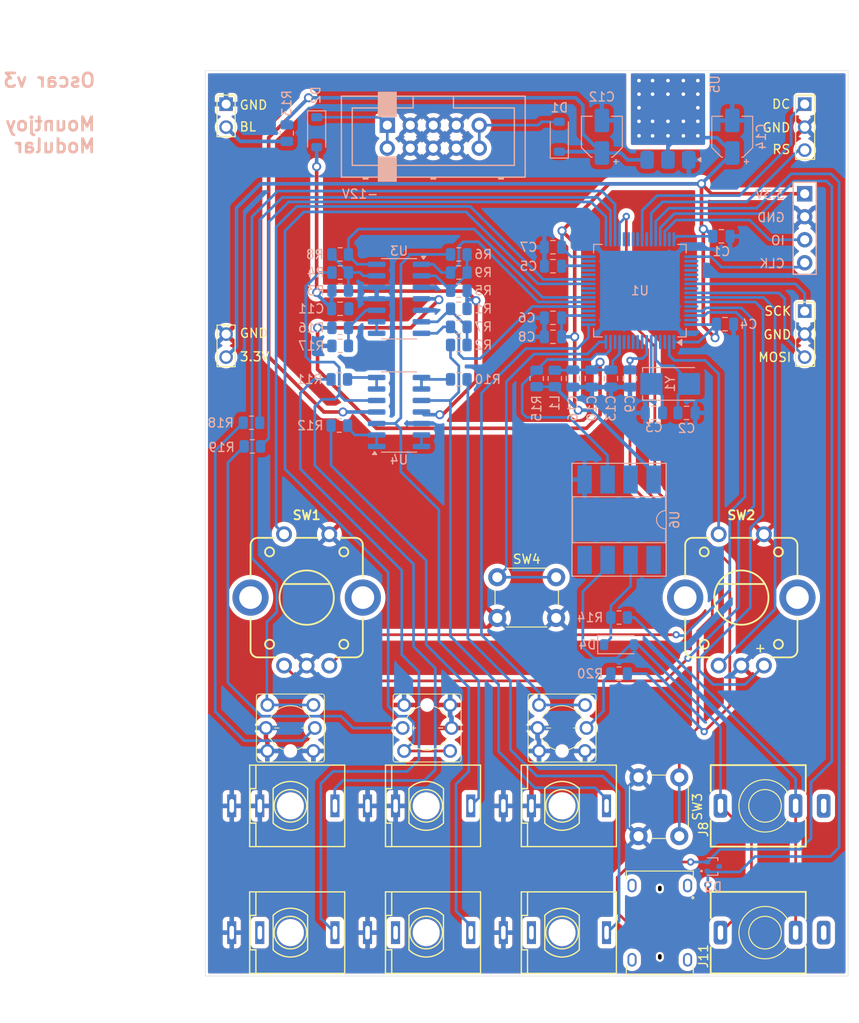
<source format=kicad_pcb>
(kicad_pcb (version 20240108) (generator "pcbnew") (generator_version "8.0")
  (layers (0 "F.Cu" signal) (1 "In1.Cu" power "Layer.2") (2 "In2.Cu" power "Layer.3") (31 "B.Cu" signal) (34 "B.Paste" user) (35 "F.Paste" user) (36 "B.SilkS" user "B.Silkscreen") (37 "F.SilkS" user "F.Silkscreen") (38 "B.Mask" user) (39 "F.Mask" user) (44 "Edge.Cuts" user))
  (net 0 "")
  (net 1 "/ChA_Button")
  (net 2 "Net-(BTN1-A)")
  (net 3 "/ChB_Button")
  (net 4 "Net-(BTN2-A)")
  (net 5 "Net-(BTN3-A)")
  (net 6 "+3.3VA")
  (net 7 "+12V")
  (net 8 "-12V")
  (net 9 "/ChC_Button")
  (net 10 "+3.3V")
  (net 11 "Net-(U1-PH0)")
  (net 12 "Net-(U1-PH1)")
  (net 13 "Net-(U1-VCAP_1)")
  (net 14 "/+12V_In")
  (net 15 "/-12V_In")
  (net 16 "/MIDI_DATA")
  (net 17 "Net-(D4-K)")
  (net 18 "/SWCLK")
  (net 19 "/SWDIO")
  (net 23 "/MIDI_VREF")
  (net 25 "Net-(U3B--)")
  (net 26 "Net-(U3D--)")
  (net 27 "Net-(U3A--)")
  (net 28 "/CH_A_IN")
  (net 29 "/CH_B_IN")
  (net 30 "/CH_C_IN")
  (net 31 "Net-(U4C--)")
  (net 32 "Net-(U4B--)")
  (net 33 "Net-(U4A--)")
  (net 34 "/MIDI_RX")
  (net 35 "Net-(U3C-+)")
  (net 36 "/ChA_LED")
  (net 37 "/ChB_LED")
  (net 38 "/ChC_LED")
  (net 39 "/L_ENC_BTN")
  (net 40 "/L_ENC_DN")
  (net 41 "/L_ENC_UP")
  (net 42 "/R_ENC_UP")
  (net 43 "/R_ENC_BTN")
  (net 44 "/R_ENC_DN")
  (net 45 "/NRST")
  (net 53 "/LCD_DC")
  (net 58 "/LCD_RESET")
  (net 59 "/LCD_SCK")
  (net 60 "/CHA_In")
  (net 61 "/CHB_In")
  (net 62 "/CHC_In")
  (net 63 "/CHA_Out")
  (net 64 "/CHB_Out")
  (net 65 "/CHC_Out")
  (net 66 "/LCD_MOSI")
  (net 71 "GND")
  (net 73 "/USB_DP")
  (net 76 "/USB_DM")
  (net 77 "Net-(U3C--)")
  (net 78 "Net-(U4D--)")
  (net 105 "Net-(U2-BackLight)")
  (net 109 "/MENU")
  (footprint "Custom_Footprints:THONKICONN_hole" (layer "F.Cu") (at 109.4 131.2 -90)
    (property "Reference" "J2" (hide yes))
    (property "Value" "ChannelA_In" (hide yes))
  )
  (footprint "Custom_Footprints:THONKICONN_hole" (layer "F.Cu") (at 124.4 131.2 -90)
    (property "Reference" "J3" (hide yes))
    (property "Value" "ChannelB_In" (hide yes))
  )
  (footprint "Custom_Footprints:THONKICONN_hole" (layer "F.Cu") (at 109.4 145.2 -90)
    (property "Reference" "J5" (hide yes))
    (property "Value" "ChA_Buff_Out" (hide yes))
  )
  (footprint "Custom_Footprints:THONKICONN_hole" (layer "F.Cu") (at 124.4 145.2 -90)
    (property "Reference" "J6" (hide yes))
    (property "Value" "ChB_Buff_Out" (hide yes))
  )
  (footprint "Custom_Footprints:THONKICONN_hole" (layer "F.Cu") (at 139.4 145.2 -90)
    (property "Reference" "J7" (hide yes))
    (property "Value" "ChC_Buff_Out" (hide yes))
  )
  (footprint "Custom_Footprints:Encoder" (layer "F.Cu") (at 159.2 108.2)
    (property "Reference" "SW2")
    (property "Value" "Right_Encoder" (hide yes))
  )
  (footprint "Custom_Footprints:Encoder" (layer "F.Cu") (at 111.2 108.2)
    (property "Reference" "SW1")
    (property "Value" "Left_Encoder" (hide yes))
  )
  (footprint "Custom_Footprints:ILI9341_SPI_daughterboard_v2" (layer "F.Cu") (at 102.3 53.7)
    (property "Reference" "U2" (hide yes))
    (property "Value" "ILI9341_SPI_Daughterboard")
  )
  (footprint "Custom_Footprints:THONKICONN_hole" (layer "F.Cu") (at 139.4 131.2 -90)
    (property "Reference" "J4" (hide yes))
    (property "Value" "ChannelC_In" (hide yes))
  )
  (footprint "Custom_Footprints:Thonkiconn_Stereo-PJ366ST" (layer "F.Cu") (at 161.82 131.2 90)
    (property "Reference" "J8")
    (property "Value" "MIDI_IN")
  )
  (footprint "Button_Switch_THT:SW_PUSH_6mm" (layer "F.Cu") (at 152.35 128.05 -90)
    (property "Reference" "SW3")
    (property "Value" "Reset_Button")
  )
  (footprint "Custom_Footprints:Low_Profile_LED_Button" (layer "F.Cu") (at 124.5 122.6 180)
    (property "Reference" "BTN2" (hide yes))
    (property "Value" "ChB_Btn")
  )
  (footprint "Custom_Footprints:Low_Profile_LED_Button" (layer "F.Cu") (at 139.4 122.6)
    (property "Reference" "BTN3" (hide yes))
    (property "Value" "ChC_Btn")
  )
  (footprint "Custom_Footprints:Low_Profile_LED_Button" (layer "F.Cu") (at 109.4 122.6)
    (property "Reference" "BTN1" (hide yes))
    (property "Value" "ChA_Btn")
  )
  (footprint "Custom_Footprints:USB_C_Receptacle_Amphenol_12401951E412A" (layer "F.Cu") (at 150.2 144.1 -90)
    (property "Reference" "J10" (hide yes))
    (property "Value" "USB_C_Receptacle")
  )
  (footprint "Custom_Footprints:Thonkiconn_Stereo-PJ366ST" (layer "F.Cu") (at 161.82 145.2 90)
    (property "Reference" "J11")
    (property "Value" "MIDI_OUT")
  )
  (footprint "Button_Switch_THT:SW_PUSH_6mm" (layer "F.Cu") (at 132.25 105.95)
    (property "Reference" "SW4")
    (property "Value" "Menu_Button")
  )
  (footprint "Capacitor_SMD:C_0805_2012Metric" (layer "B.Cu") (at 157 68.3)
    (property "Reference" "C1")
    (property "Value" "100nF")
  )
  (footprint "Capacitor_SMD:C_0805_2012Metric" (layer "B.Cu") (at 153.15 87.8)
    (property "Reference" "C2")
    (property "Value" "30pF")
  )
  (footprint "Capacitor_SMD:C_0805_2012Metric" (layer "B.Cu") (at 138.4 71.6 180)
    (property "Reference" "C5")
    (property "Value" "4.7uF")
  )
  (footprint "Capacitor_SMD:C_0805_2012Metric" (layer "B.Cu") (at 138.4 77.3 180)
    (property "Reference" "C6")
    (property "Value" "100nF")
  )
  (footprint "Capacitor_SMD:C_0805_2012Metric" (layer "B.Cu") (at 138.4 69.5 180)
    (property "Reference" "C7")
    (property "Value" "100nF")
  )
  (footprint "Capacitor_SMD:CP_Elec_4x5.8" (layer "B.Cu") (at 143.8 57.3 90)
    (property "Reference" "C12")
    (property "Value" "22uF")
  )
  (footprint "Capacitor_SMD:CP_Elec_4x5.8" (layer "B.Cu") (at 158.2 57.3 90)
    (property "Reference" "C14")
    (property "Value" "10uF")
  )
  (footprint "Capacitor_SMD:C_0805_2012Metric" (layer "B.Cu") (at 140.6 84 -90)
    (property "Reference" "C16")
    (property "Value" "4.7uF")
  )
  (footprint "Diode_SMD:D_SOD-123" (layer "B.Cu") (at 139.1 57.3 90)
    (property "Reference" "D1")
    (property "Value" "1N5819")
  )
  (footprint "Resistor_SMD:R_0805_2012Metric" (layer "B.Cu") (at 128 76.3)
    (property "Reference" "R1")
    (property "Value" "100k")
  )
  (footprint "Resistor_SMD:R_0805_2012Metric" (layer "B.Cu") (at 128 80.3 180)
    (property "Reference" "R2")
    (property "Value" "100k")
  )
  (footprint "Resistor_SMD:R_0805_2012Metric" (layer "B.Cu") (at 114.9 74.3 180)
    (property "Reference" "R3")
    (property "Value" "100k")
  )
  (footprint "Resistor_SMD:R_0805_2012Metric" (layer "B.Cu") (at 114.9 72.3 180)
    (property "Reference" "R4")
    (property "Value" "100k")
  )
  (footprint "Resistor_SMD:R_0805_2012Metric" (layer "B.Cu") (at 128 74.3)
    (property "Reference" "R5")
    (property "Value" "100k")
  )
  (footprint "Resistor_SMD:R_0805_2012Metric" (layer "B.Cu") (at 128 70.3 180)
    (property "Reference" "R6")
    (property "Value" "100k")
  )
  (footprint "Resistor_SMD:R_0805_2012Metric" (layer "B.Cu") (at 114.9 70.3 180)
    (property "Reference" "R8")
    (property "Value" "14k")
  )
  (footprint "Resistor_SMD:R_0805_2012Metric" (layer "B.Cu") (at 128 72.3)
    (property "Reference" "R9")
    (property "Value" "14k")
  )
  (footprint "Resistor_SMD:R_0805_2012Metric" (layer "B.Cu") (at 128 84.1 180)
    (property "Reference" "R10")
    (property "Value" "100")
  )
  (footprint "Resistor_SMD:R_0805_2012Metric" (layer "B.Cu") (at 114.8 89.2)
    (property "Reference" "R12")
    (property "Value" "100")
  )
  (footprint "Package_QFP:LQFP-64_10x10mm_P0.5mm" (layer "B.Cu") (at 148 74.3 90)
    (property "Reference" "U1")
    (property "Value" "STM32F446RETx")
  )
  (footprint "Package_SO:SOIC-14_3.9x8.7mm_P1.27mm" (layer "B.Cu") (at 121.4 75.2 180)
    (property "Reference" "U3")
    (property "Value" "MCP6004")
  )
  (footprint "Package_SO:SOIC-14_3.9x8.7mm_P1.27mm" (layer "B.Cu") (at 121.4 87.7)
    (property "Reference" "U4")
    (property "Value" "TL074")
  )
  (footprint "Package_TO_SOT_SMD:SOT-223-3_TabPin2" (layer "B.Cu") (at 151.1 56.7 90)
    (property "Reference" "U5")
    (property "Value" "LT1117-3.3")
  )
  (footprint "Custom_Footprints:Crystal_SMD_5032-2Pin_5.0x3.2mm_Large_Pads" (layer "B.Cu") (at 151.35 84.6)
    (property "Reference" "Y1")
    (property "Value" "8MHz" (hide yes))
  )
  (footprint "Custom_Footprints:SWD_header" (layer "B.Cu") (at 166.2 63.6 -90)
    (property "Reference" "J1" (hide yes))
    (property "Value" "SWD_Header")
  )
  (footprint "Resistor_SMD:R_0805_2012Metric" (layer "B.Cu") (at 138.6 84 -90)
    (property "Reference" "L1")
    (property "Value" "L")
  )
  (footprint "Resistor_SMD:R_0805_2012Metric" (layer "B.Cu") (at 128 78.3)
    (property "Reference" "R7")
    (property "Value" "14k")
  )
  (footprint "Diode_SMD:D_SOD-123" (layer "B.Cu") (at 112.3 56.8 -90)
    (property "Reference" "D2")
    (property "Value" "1N5819")
  )
  (footprint "Resistor_SMD:R_0805_2012Metric" (layer "B.Cu") (at 114.8 84.1)
    (property "Reference" "R11")
    (property "Value" "100")
  )
  (footprint "Capacitor_SMD:C_0805_2012Metric" (layer "B.Cu") (at 157.4 78)
    (property "Reference" "C4")
    (property "Value" "100nF")
  )
  (footprint "Capacitor_SMD:C_0805_2012Metric" (layer "B.Cu") (at 149.55 87.8 180)
    (property "Reference" "C3")
    (property "Value" "30pF")
  )
  (footprint "Custom_Footprints:Eurorack_10_pin_header" (layer "B.Cu") (at 120.1 56.025)
    (property "Reference" "J9" (hide yes))
    (property "Value" "Eurorack_10_pin_power")
  )
  (footprint "Capacitor_SMD:C_0805_2012Metric" (layer "B.Cu") (at 138.4 79.4 180)
    (property "Reference" "C8")
    (property "Value" "4.7uF")
  )
  (footprint "Resistor_SMD:R_0805_2012Metric" (layer "B.Cu") (at 109 56.9 -90)
    (property "Reference" "R13")
    (property "Value" "150")
  )
  (footprint "Resistor_SMD:R_0805_2012Metric" (layer "B.Cu") (at 114.9 80.4)
    (property "Reference" "R17")
    (property "Value" "10k")
  )
  (footprint "Resistor_SMD:R_0805_2012Metric" (layer "B.Cu") (at 145.7 116.6 180)
    (property "Reference" "R20")
    (property "Value" "560")
  )
  (footprint "Capacitor_SMD:C_0805_2012Metric" (layer "B.Cu") (at 146.9 84 -90)
    (property "Reference" "C9")
    (property "Value" "100nF")
  )
  (footprint "Capacitor_SMD:C_0805_2012Metric" (layer "B.Cu") (at 142.7 84 -90)
    (property "Reference" "C10")
    (property "Value" "1uF")
  )
  (footprint "Resistor_SMD:R_0805_2012Metric" (layer "B.Cu") (at 105.1 88.89 180)
    (property "Reference" "R18")
    (property "Value" "560")
  )
  (footprint "Capacitor_SMD:C_0805_2012Metric" (layer "B.Cu") (at 144.8 84 -90)
    (property "Reference" "C13")
    (property "Value" "100nF")
  )
  (footprint "Package_DIP:DIP-8_W8.89mm_SMDSocket_LongPads" (layer "B.Cu") (at 145.7 99.6 90)
    (property "Reference" "U6")
    (property "Value" "6N137")
  )
  (footprint "Resistor_SMD:R_0805_2012Metric" (layer "B.Cu") (at 105.2 91.5 180)
    (property "Reference" "R19")
    (property "Value" "560")
  )
  (footprint "Capacitor_SMD:C_0805_2012Metric" (layer "B.Cu") (at 114.9 76.3)
    (property "Reference" "C11")
    (property "Value" "4.7uF")
  )
  (footprint "Resistor_SMD:R_0805_2012Metric" (layer "B.Cu") (at 114.9 78.4 180)
    (property "Reference" "R16")
    (property "Value" "10k")
  )
  (footprint "Resistor_SMD:R_0805_2012Metric" (layer "B.Cu") (at 145.7 110.4)
    (property "Reference" "R14")
    (property "Value" "220")
  )
  (footprint "Package_TO_SOT_SMD:SOT-416" (layer "B.Cu") (at 156.1 137.9)
    (property "Reference" "D3")
    (property "Value" "RCLAMP0502B")
  )
  (footprint "Resistor_SMD:R_0805_2012Metric" (layer "B.Cu") (at 136.6 84 90)
    (property "Reference" "R15")
    (property "Value" "10k")
  )
  (footprint "Diode_SMD:D_SOD-123" (layer "B.Cu") (at 145.7 113.4)
    (property "Reference" "D4")
    (property "Value" "1N4148W")
  )
  (gr_rect (start 100 50) (end 171 150) (stroke (width 0.05)) (fill none) (layer "Edge.Cuts"))
  (gr_text "Oscar v3\n\nMountjoy\nModular" (at 88 54.7 0) (layer "B.SilkS") (effects (font (size 1.5 1.5) (thickness 0.3)) (justify left mirror)))
  (gr_text "+" (at 161.3 113.75 0) (layer "F.SilkS") (effects (font (size 1 1))))
  (segment (start 107.9 109.8) (end 107.9 106.6) (width 0.3) (layer "B.Cu") (net 1))
  (segment (start 106.86 120.06) (end 106.8 120) (width 0.3) (layer "B.Cu") (net 1))
  (segment (start 106.8 120) (end 106.8 110.9) (width 0.3) (layer "B.Cu") (net 1))
  (segment (start 111.94 120.06) (end 106.86 120.06) (width 0.3) (layer "B.Cu") (net 1))
  (segment (start 107.9 106.6) (end 105.15 103.85) (width 0.3) (layer "B.Cu") (net 1))
  (segment (start 105.15 66.15) (end 108 63.3) (width 0.3) (layer "B.Cu") (net 1))
  (segment (start 108 63.3) (end 143.8 63.3) (width 0.3) (layer "B.Cu") (net 1))
  (segment (start 107.66 120.06) (end 106.86 120.06) (width 0.3) (layer "B.Cu") (net 1))
  (segment (start 143.8 63.3) (end 145.25 64.75) (width 0.3) (layer "B.Cu") (net 1))
  (segment (start 105.15 103.85) (end 105.15 66.15) (width 0.3) (layer "B.Cu") (net 1))
  (segment (start 145.25 64.75) (end 145.25 68.625) (width 0.3) (layer "B.Cu") (net 1))
  (segment (start 106.8 110.9) (end 107.9 109.8) (width 0.3) (layer "B.Cu") (net 1))
  (segment (start 110.7 124) (end 104.3 124) (width 0.3) (layer "B.Cu") (net 2))
  (segment (start 101.1 120.8) (end 101.1 120) (width 0.3) (layer "B.Cu") (net 2))
  (segment (start 101.1 91.9775) (end 104.1875 88.89) (width 0.3) (layer "B.Cu") (net 2))
  (segment (start 112.1 122.6) (end 110.7 124) (width 0.3) (layer "B.Cu") (net 2))
  (segment (start 101.1 120) (end 101.1 91.9775) (width 0.3) (layer "B.Cu") (net 2))
  (segment (start 104.3 124) (end 101.1 120.8) (width 0.3) (layer "B.Cu") (net 2))
  (segment (start 121.96 125.14) (end 127.04 125.14) (width 0.3) (layer "F.Cu") (net 3))
  (segment (start 136.75 73.55) (end 128.8 65.6) (width 0.3) (layer "B.Cu") (net 3))
  (segment (start 108.8 94) (end 120.2 105.4) (width 0.3) (layer "B.Cu") (net 3))
  (segment (start 128.8 65.6) (end 110.9 65.6) (width 0.3) (layer "B.Cu") (net 3))
  (segment (start 108.8 67.7) (end 108.8 94) (width 0.3) (layer "B.Cu") (net 3))
  (segment (start 120.2 120.2) (end 121.3 121.3) (width 0.3) (layer "B.Cu") (net 3))
  (segment (start 122.3 121.3) (end 123 122) (width 0.3) (layer "B.Cu") (net 3))
  (segment (start 142.325 73.55) (end 136.75 73.55) (width 0.3) (layer "B.Cu") (net 3))
  (segment (start 123 124.1) (end 121.96 125.14) (width 0.3) (layer "B.Cu") (net 3))
  (segment (start 121.3 121.3) (end 122.3 121.3) (width 0.3) (layer "B.Cu") (net 3))
  (segment (start 110.9 65.6) (end 108.8 67.7) (width 0.3) (layer "B.Cu") (net 3))
  (segment (start 120.2 105.4) (end 120.2 120.2) (width 0.3) (layer "B.Cu") (net 3))
  (segment (start 123 122) (end 123 124.1) (width 0.3) (layer "B.Cu") (net 3))
  (segment (start 115 121.3) (end 116.3 122.6) (width 0.3) (layer "B.Cu") (net 4))
  (segment (start 102.5 117.592894) (end 106.207106 121.3) (width 0.3) (layer "B.Cu") (net 4))
  (segment (start 106.207106 121.3) (end 115 121.3) (width 0.3) (layer "B.Cu") (net 4))
  (segment (start 102.5 116.792894) (end 102.5 117.592894) (width 0.3) (layer "B.Cu") (net 4))
  (segment (start 116.3 122.6) (end 121.8 122.6) (width 0.3) (layer "B.Cu") (net 4))
  (segment (start 102.5 93.2875) (end 102.5 116.792894) (width 0.3) (layer "B.Cu") (net 4))
  (segment (start 104.2875 91.5) (end 102.5 93.2875) (width 0.3) (layer "B.Cu") (net 4))
  (segment (start 143.9875 120.7125) (end 142.1 122.6) (width 0.3) (layer "B.Cu") (net 5))
  (segment (start 144.7875 116.6) (end 143.9875 117.4) (width 0.3) (layer "B.Cu") (net 5))
  (segment (start 143.9875 117.4) (end 143.9875 120.7125) (width 0.3) (layer "B.Cu") (net 5))
  (segment (start 118.9 89.5) (end 112.4 83) (width 0.4) (layer "F.Cu") (net 6))
  (segment (start 122.7 78.4) (end 125.8 75.3) (width 0.4) (layer "F.Cu") (net 6))
  (segment (start 143.6 88) (end 142.1 89.5) (width 0.4) (layer "F.Cu") (net 6))
  (segment (start 143.6 82.2) (end 143.6 88) (width 0.4) (layer "F.Cu") (net 6))
  (segment (start 142.1 89.5) (end 118.9 89.5) (width 0.4) (layer "F.Cu") (net 6))
  (segment (start 112.4 78.4) (end 122.7 78.4) (width 0.4) (layer "F.Cu") (net 6))
  (segment (start 112.4 83) (end 112.4 78.4) (width 0.4) (layer "F.Cu") (net 6))
  (via (at 143.6 82.2) (size 1) (drill 0.6) (layers "F.Cu" "B.Cu") (net 6))
  (via (at 125.8 75.3) (size 1) (drill 0.6) (layers "F.Cu" "B.Cu") (net 6))
  (via (at 112.4 78.4) (size 1) (drill 0.6) (layers "F.Cu" "B.Cu") (net 6))
  (segment (start 145.75 79.975) (end 145.75 81.3) (width 0.3) (layer "B.Cu") (net 6))
  (segment (start 145.75 81.3) (end 145 82.05) (width 0.3) (layer "B.Cu") (net 6))
  (segment (start 142.7 83.05) (end 142.75 83.05) (width 0.4) (layer "B.Cu") (net 6))
  (segment (start 112.4 78.4) (end 113.9875 78.4) (width 0.4) (layer "B.Cu") (net 6))
  (segment (start 123.875 75.2) (end 125.7 75.2) (width 0.4) (layer "B.Cu") (net 6))
  (segment (start 145 82.05) (end 145 83.05) (width 0.3) (layer "B.Cu") (net 6))
  (segment (start 125.7 75.2) (end 125.8 75.3) (width 0.4) (layer "B.Cu") (net 6))
  (segment (start 145 83.05) (end 142.75 83.05) (width 0.3) (layer "B.Cu") (net 6))
  (segment (start 138.6 83.0875) (end 140.5625 83.0875) (width 0.3) (layer "B.Cu") (net 6))
  (segment (start 140.6 83.05) (end 142.7 83.05) (width 0.3) (layer "B.Cu") (net 6))
  (segment (start 142.75 83.05) (end 143.6 82.2) (width 0.4) (layer "B.Cu") (net 6))
  (segment (start 140.5625 83.0875) (end 140.6 83.05) (width 0.3) (layer "B.Cu") (net 6))
  (segment (start 113.1 87.7) (end 107 81.6) (width 0.4) (layer "F.Cu") (net 7))
  (segment (start 107 81.6) (end 107 57.4) (width 0.4) (layer "F.Cu") (net 7))
  (segment (start 115.2 87.7) (end 113.1 87.7) (width 0.4) (layer "F.Cu") (net 7))
  (segment (start 107 57.4) (end 111.4 53) (width 0.4) (layer "F.Cu") (net 7))
  (via (at 111.4 53) (size 1) (drill 0.6) (layers "F.Cu" "B.Cu") (net 7))
  (via (at 115.2 87.7) (size 1) (drill 0.6) (layers "F.Cu" "B.Cu") (net 7))
  (segment (start 109 55.4) (end 111.4 53) (width 0.4) (layer "B.Cu") (net 7))
  (segment (start 143.8 59.1) (end 145.9 59.1) (width 0.4) (layer "B.Cu") (net 7))
  (segment (start 141.7 53.8) (end 141.7 57) (width 0.4) (layer "B.Cu") (net 7))
  (segment (start 146.65 59.85) (end 148.8 59.85) (width 0.4) (layer "B.Cu") (net 7))
  (segment (start 145.9 59.1) (end 146.65 59.85) (width 0.4) (layer "B.Cu") (net 7))
  (segment (start 118.925 87.7) (end 115.2 87.7) (width 0.4) (layer "B.Cu") (net 7))
  (segment (start 139.1 58.95) (end 143.65 58.95) (width 0.4) (layer "B.Cu") (net 7))
  (segment (start 143.65 58.95) (end 143.8 59.1) (width 0.3) (layer "B.Cu") (net 7))
  (segment (start 111.4 53) (end 140.9 53) (width 0.4) (layer "B.Cu") (net 7))
  (segment (start 140.9 53) (end 141.7 53.8) (width 0.4) (layer "B.Cu") (net 7))
  (segment (start 141.7 57) (end 143.8 59.1) (width 0.4) (layer "B.Cu") (net 7))
  (segment (start 109 55.9875) (end 109 55.4) (width 0.4) (layer "B.Cu") (net 7))
  (segment (start 126.2 88) (end 129.9 84.3) (width 0.4) (layer "F.Cu") (net 8))
  (segment (start 125.9 88) (end 126.2 88) (width 0.4) (layer "F.Cu") (net 8))
  (segment (start 112.449998 74.35) (end 112.3 74.499998) (width 0.4) (layer "F.Cu") (net 8))
  (segment (start 112.399998 74.499998) (end 112.3 74.499998) (width 0.4) (layer "F.Cu") (net 8))
  (segment (start 129.9 84.3) (end 129.9 75.4) (width 0.4) (layer "F.Cu") (net 8))
  (segment (start 112.3 60.6) (end 112.3 74.499998) (width 0.4) (layer "F.Cu") (net 8))
  (segment (start 128.85 74.35) (end 112.449998 74.35) (width 0.4) (layer "F.Cu") (net 8))
  (segment (start 129.9 75.4) (end 128.85 74.35) (width 0.4) (layer "F.Cu") (net 8))
  (via (at 112.3 60.6) (size 1) (drill 0.6) (layers "F.Cu" "B.Cu") (net 8))
  (via (at 125.9 88) (size 1) (drill 0.6) (layers "F.Cu" "B.Cu") (net 8))
  (via (at 112.3 74.499998) (size 1) (drill 0.6) (layers "F.Cu" "B.Cu") (net 8))
  (via (at 129.9 75.4) (size 1) (drill 0.6) (layers "F.Cu" "B.Cu") (net 8))
  (segment (start 112.3 58.45) (end 112.3 60.6) (width 0.4) (layer "B.Cu") (net 8))
  (segment (start 128.9125 76.3) (end 128.9125 75.4) (width 0.4) (layer "B.Cu") (net 8))
  (segment (start 128.9125 75.4) (end 129.0125 75.3) (width 0.4) (layer "B.Cu") (net 8))
  (segment (start 113.95 74.3375) (end 113.9875 74.3) (width 0.4) (layer "B.Cu") (net 8))
  (segment (start 113.95 76.3) (end 113.95 74.3375) (width 0.4) (layer "B.Cu") (net 8))
  (segment (start 113.95 76.3) (end 112.3 74.65) (width 0.4) (layer "B.Cu") (net 8))
  (segment (start 125.9 88) (end 124.175 88) (width 0.4) (layer "B.Cu") (net 8))
  (segment (start 124.175 88) (end 123.875 87.7) (width 0.4) (layer "B.Cu") (net 8))
  (segment (start 112.3 74.65) (end 112.3 74.499998) (width 0.4) (layer "B.Cu") (net 8))
  (segment (start 129.0125 75.3) (end 129.8 75.3) (width 0.4) (layer "B.Cu") (net 8))
  (segment (start 129.8 75.3) (end 129.9 75.4) (width 0.4) (layer "B.Cu") (net 8))
  (segment (start 128.9125 75.4) (end 128.9125 74.3) (width 0.4) (layer "B.Cu") (net 8))
  (segment (start 136.86 118.66) (end 136.86 120.06) (width 0.3) (layer "B.Cu") (net 9))
  (segment (start 130.5 112.3) (end 136.86 118.66) (width 0.3) (layer "B.Cu") (net 9))
  (segment (start 142.325 78.05) (end 142.325 79.475) (width 0.3) (layer "B.Cu") (net 9))
  (segment (start 135.4 80.7) (end 130.5 85.6) (width 0.3) (layer "B.Cu") (net 9))
  (segment (start 141.94 120.06) (end 136.86 120.06) (width 0.3) (layer "B.Cu") (net 9))
  (segment (start 141.1 80.7) (end 135.4 80.7) (width 0.3) (layer "B.Cu") (net 9))
  (segment (start 130.5 85.6) (end 130.5 112.3) (width 0.3) (layer "B.Cu") (net 9))
  (segment (start 142.325 79.475) (end 141.1 80.7) (width 0.3) (layer "B.Cu") (net 9))
  (segment (start 136.86 120.06) (end 137.66 120.06) (width 0.3) (layer "B.Cu") (net 9))
  (segment (start 154.8 67.3) (end 155 67.5) (width 0.4) (layer "F.Cu") (net 10))
  (segment (start 144.6 62.5) (end 139.4 67.7) (width 0.4) (layer "F.Cu") (net 10))
  (segment (start 139.4 67.7) (end 140.8 69.1) (width 0.4) (layer "F.Cu") (net 10))
  (segment (start 155 78.2) (end 156.3 79.5) (width 0.4) (layer "F.Cu") (net 10))
  (segment (start 140.8 79.4) (end 140.8 87.1125) (width 0.4) (layer "F.Cu") (net 10))
  (segment (start 140.8 87.1125) (end 141.1875 87.5) (width 0.4) (layer "F.Cu") (net 10))
  (segment (start 154.8 62.5) (end 155.9 63.6) (width 0.4) (layer "F.Cu") (net 10))
  (segment (start 154.8 62.5) (end 144.6 62.5) (width 0.4) (layer "F.Cu") (net 10))
  (segment (start 140.8 69.1) (end 140.8 79.4) (width 0.4) (layer "F.Cu") (net 10))
  (segment (start 154.8 62.5) (end 154.8 67.3) (width 0.4) (layer "F.Cu") (net 10))
  (segment (start 155.9 63.6) (end 166.2 63.6) (width 0.4) (layer "F.Cu") (net 10))
  (segment (start 155 67.5) (end 155 78.2) (width 0.4) (layer "F.Cu") (net 10))
  (via (at 154.4 52.6) (size 0.8) (drill 0.4) (layers "F.Cu" "B.Cu") (net 10))
  (via (at 149.4 55.6) (size 0.8) (drill 0.4) (layers "F.Cu" "B.Cu") (net 10))
  (via (at 147.9 57.2) (size 0.8) (drill 0.4) (layers "F.Cu" "B.Cu") (net 10))
  (via (at 139.4 67.7) (size 1) (drill 0.6) (layers "F.Cu" "B.Cu") (net 10))
  (via (at 154.4 51.1) (size 0.8) (drill 0.4) (layers "F.Cu" "B.Cu") (net 10))
  (via (at 147.9 51.1) (size 0.8) (drill 0.4) (layers "F.Cu" "B.Cu") (net 10))
  (via (at 151.1 55.6) (size 0.8) (drill 0.4) (layers "F.Cu" "B.Cu") (net 10))
  (via (at 149.4 51.1) (size 0.8) (drill 0.4) (layers "F.Cu" "B.Cu") (net 10))
  (via (at 140.8 79.4) (size 1) (drill 0.6) (layers "F.Cu" "B.Cu") (net 10))
  (via (at 151.1 52.6) (size 0.8) (drill 0.4) (layers "F.Cu" "B.Cu") (net 10))
  (via (at 141.1875 87.5) (size 1) (drill 0.6) (layers "F.Cu" "B.Cu") (net 10))
  (via (at 154.4 54.1) (size 0.8) (drill 0.4) (layers "F.Cu" "B.Cu") (net 10))
  (via (at 152.8 57.2) (size 0.8) (drill 0.4) (layers "F.Cu" "B.Cu") (net 10))
  (via (at 149.4 57.2) (size 0.8) (drill 0.4) (layers "F.Cu" "B.Cu") (net 10))
  (via (at 154.4 57.2) (size 0.8) (drill 0.4) (layers "F.Cu" "B.Cu") (net 10))
  (via (at 151.1 57.2) (size 0.8) (drill 0.4) (layers "F.Cu" "B.Cu") (net 10))
  (via (at 155 67.5) (size 1) (drill 0.6) (layers "F.Cu" "B.Cu") (net 10))
  (via (at 151.1 51.1) (size 0.8) (drill 0.4) (layers "F.Cu" "B.Cu") (net 10))
  (via (at 154.8 62.5) (size 1) (drill 0.6) (layers "F.Cu" "B.Cu") (net 10))
  (via (at 149.4 52.6) (size 0.8) (drill 0.4) (layers "F.Cu" "B.Cu") (net 10))
  (via (at 147.9 52.6) (size 0.8) (drill 0.4) (layers "F.Cu" "B.Cu") (net 10))
  (via (at 147.9 54.1) (size 0.8) (drill 0.4) (layers "F.Cu" "B.Cu") (net 10))
  (via (at 152.8 55.6) (size 0.8) (drill 0.4) (layers "F.Cu" "B.Cu") (net 10))
  (via (at 156.3 79.5) (size 1) (drill 0.6) (layers "F.Cu" "B.Cu") (net 10))
  (via (at 152.8 52.6) (size 0.8) (drill 0.4) (layers "F.Cu" "B.Cu") (net 10))
  (via (at 152.8 51.1) (size 0.8) (drill 0.4) (layers "F.Cu" "B.Cu") (net 10))
  (via (at 154.4 55.6) (size 0.8) (drill 0.4) (layers "F.Cu" "B.Cu") (net 10))
  (via (at 147.9 55.6) (size 0.8) (drill 0.4) (layers "F.Cu" "B.Cu") (net 10))
  (segment (start 103.45 80.49) (end 102.3 81.64) (width 0.4) (layer "B.Cu") (net 10))
  (segment (start 151.75 79.975) (end 154.475 79.975) (width 0.3) (layer "B.Cu") (net 10))
  (segment (start 103.45 65.15) (end 103.45 80.49) (width 0.4) (layer "B.Cu") (net 10))
  (segment (start 139.35 79.4) (end 139.35 77.3) (width 0.3) (layer "B.Cu") (net 10))
  (segment (start 151.1 58.4) (end 152.1 57.4) (width 0.4) (layer "B.Cu") (net 10))
  (segment (start 154.8 62.5) (end 106.1 62.5) (width 0.4) (layer "B.Cu") (net 10))
  (segment (start 149.51 95.155) (end 149.51 94.405) (width 0.4) (layer "B.Cu") (net 10))
  (segment (start 156.45 79.35) (end 156.3 79.5) (width 0.4) (layer "B.Cu") (net 10))
  (segment (start 140.8 79.4) (end 139.35 79.4) (width 0.4) (layer "B.Cu") (net 10))
  (segment (start 139.4 67.7) (end 139.4 69.45) (width 0.4) (layer "B.Cu") (net 10))
  (segment (start 153.675 78.05) (end 156.2 78.05) (width 0.3) (layer "B.Cu") (net 10))
  (segment (start 142.325 77.05) (end 139.5 77.05) (width 0.3) (layer "B.Cu") (net 10))
  (segment (start 106.1 62.5) (end 103.45 65.15) (width 0.4) (layer "B.Cu") (net 10))
  (segment (start 155.25 67.5) (end 156.05 68.3) (width 0.4) (layer "B.Cu") (net 10))
  (segment (start 154.475 79.975) (end 156.45 78) (width 0.3) (layer "B.Cu") (net 10))
  (segment (start 149.51 94.405) (end 142.605 87.5) (width 0.4) (layer "B.Cu") (net 10))
  (segment (start 156.45 78) (end 156.45 79.35) (width 0.4) (layer "B.Cu") (net 10))
  (segment (start 138.6 84.9125) (end 136.6 84.9125) (width 0.3) (layer "B.Cu") (net 10))
  (segment (start 151.1 59.85) (end 151.1 58.4) (width 0.4) (layer "B.Cu") (net 10))
  (segment (start 155.75 68.3) (end 152.075 68.3) (width 0.3) (layer "B.Cu") (net 10))
  (segment (start 158.2 59.1) (end 154.8 62.5) (width 0.4) (layer "B.Cu") (net 10))
  (segment (start 156.5 57.4) (end 158.2 59.1) (width 0.4) (layer "B.Cu") (net 10))
  (segment (start 142.325 70.55) (end 140.4 70.55) (width 0.3) (layer "B.Cu") (net 10))
  (segment (start 140.4 70.55) (end 139.35 69.5) (width 0.3) (layer "B.Cu") (net 10))
  (segment (start 142.605 87.5) (end 141.1875 87.5) (width 0.4) (layer "B.Cu") (net 10))
  (segment (start 152.075 68.3) (end 151.75 68.625) (width 0.3) (layer "B.Cu") (net 10))
  (segment (start 152.1 57.4) (end 156.5 57.4) (width 0.4) (layer "B.Cu") (net 10))
  (segment (start 141.1875 87.5) (end 138.6 84.9125) (width 0.4) (layer "B.Cu") (net 10))
  (segment (start 139.4 69.45) (end 139.35 69.5) (width 0.4) (layer "B.Cu") (net 10))
  (segment (start 151.1 59.85) (end 151.1 53.55) (width 0.4) (layer "B.Cu") (net 10))
  (segment (start 155 67.5) (end 155.25 67.5) (width 0.4) (layer "B.Cu") (net 10))
  (segment (start 152.2 87.8) (end 152.2 85.8) (width 0.3) (layer "B.Cu") (net 11))
  (segment (start 152.2 85.8) (end 153.4 84.6) (width 0.3) (layer "B.Cu") (net 11))
  (segment (start 153.4 84.6) (end 153.4 84.3) (width 0.3) (layer "B.Cu") (net 11))
  (segment (start 150.4 82.6) (end 149.75 81.95) (width 0.3) (layer "B.Cu") (net 11))
  (segment (start 151.7 82.6) (end 150.4 82.6) (width 0.3) (layer "B.Cu") (net 11))
  (segment (start 149.75 81.95) (end 149.75 79.975) (width 0.3) (layer "B.Cu") (net 11))
  (segment (start 153.4 84.3) (end 151.7 82.6) (width 0.3) (layer "B.Cu") (net 11))
  (segment (start 149.3 84.75) (end 150.5 85.95) (width 0.3) (layer "B.Cu") (net 12))
  (segment (start 149.25 84.55) (end 149.3 84.6) (width 0.3) (layer "B.Cu") (net 12))
  (segment (start 150.5 85.95) (end 150.5 87.8) (width 0.3) (layer "B.Cu") (net 12))
  (segment (start 149.25 79.975) (end 149.25 84.55) (width 0.3) (layer "B.Cu") (net 12))
  (segment (start 139.4 71.55) (end 139.35 71.6) (width 0.3) (layer "B.Cu") (net 13))
  (segment (start 142.325 71.55) (end 139.4 71.55) (width 0.3) (layer "B.Cu") (net 13))
  (segment (start 139.1 55.65) (end 137.15 55.65) (width 0.3) (layer "B.Cu") (net 14))
  (segment (start 130.26 58.565) (end 130.26 56.025) (width 0.3) (layer "B.Cu") (net 14))
  (segment (start 136.775 56.025) (end 130.26 56.025) (width 0.3) (layer "B.Cu") (net 14))
  (segment (start 137.15 55.65) (end 136.775 56.025) (width 0.3) (layer "B.Cu") (net 14))
  (segment (start 112.3 55.15) (end 119.225 55.15) (width 0.3) (layer "B.Cu") (net 15))
  (segment (start 120.1 58.565) (end 120.1 56.025) (width 0.3) (layer "B.Cu") (net 15))
  (segment (start 119.225 55.15) (end 120.1 56.025) (width 0.3) (layer "B.Cu") (net 15))
  (segment (start 160.32 141.78) (end 160.32 134.62) (width 0.3) (layer "F.Cu") (net 16))
  (segment (start 156.9 145.2) (end 160.32 141.78) (width 0.3) (layer "F.Cu") (net 16))
  (segment (start 160.32 134.62) (end 156.9 131.2) (width 0.3) (layer "F.Cu") (net 16))
  (segment (start 147.4 113) (end 147.35 113) (width 0.3) (layer "B.Cu") (net 16))
  (segment (start 156.9 122.5) (end 147.4 113) (width 0.3) (layer "B.Cu") (net 16))
  (segment (start 147.35 113) (end 145.45 114.9) (width 0.3) (layer "B.Cu") (net 16))
  (segment (start 145.45 114.9) (end 142.9 114.9) (width 0.3) (layer "B.Cu") (net 16))
  (segment (start 141.7 107.525) (end 144.43 104.795) (width 0.3) (layer "B.Cu") (net 16))
  (segment (start 156.9 131.2) (end 156.9 122.5) (width 0.3) (layer "B.Cu") (net 16))
  (segment (start 141.7 113.7) (end 141.7 107.525) (width 0.3) (layer "B.Cu") (net 16))
  (segment (start 142.9 114.9) (end 141.7 113.7) (width 0.3) (layer "B.Cu") (net 16))
  (segment (start 144.43 104.795) (end 144.43 104.045) (width 0.3) (layer "B.Cu") (net 16))
  (segment (start 144.7875 109.1125) (end 144.7875 112.6625) (width 0.3) (layer "B.Cu") (net 17))
  (segment (start 146.97 106.93) (end 144.7875 109.1125) (width 0.3) (layer "B.Cu") (net 17))
  (segment (start 146.97 104.045) (end 146.97 106.93) (width 0.3) (layer "B.Cu") (net 17))
  (segment (start 144.7875 112.6625) (end 144.05 113.4) (width 0.3) (layer "B.Cu") (net 17))
  (segment (start 165.71 71.71) (end 166.2 71.22) (width 0.3) (layer "B.Cu") (net 18))
  (segment (start 153.675 70.55) (end 155.85 70.55) (width 0.3) (layer "B.Cu") (net 18))
  (segment (start 157.01 71.71) (end 165.71 71.71) (width 0.3) (layer "B.Cu") (net 18))
  (segment (start 155.85 70.55) (end 157.01 71.71) (width 0.3) (layer "B.Cu") (net 18))
  (segment (start 150.75 68.625) (end 150.75 67.74688) (width 0.3) (layer "B.Cu") (net 19))
  (segment (start 151.99688 66.5) (end 160.13 66.5) (width 0.3) (layer "B.Cu") (net 19))
  (segment (start 160.13 66.5) (end 162.31 68.68) (width 0.3) (layer "B.Cu") (net 19))
  (segment (start 162.31 68.68) (end 166.2 68.68) (width 0.3) (layer "B.Cu") (net 19))
  (segment (start 150.75 67.74688) (end 151.99688 66.5) (width 0.3) (layer "B.Cu") (net 19))
  (segment (start 165.2 145.2) (end 165.2 131.2) (width 0.3) (layer "F.Cu") (net 23))
  (segment (start 165.2 128.2) (end 147.4 110.4) (width 0.3) (layer "B.Cu") (net 23))
  (segment (start 147.4 110.4) (end 146.6125 110.4) (width 0.3) (layer "B.Cu") (net 23))
  (segment (start 165.2 131.2) (end 165.2 128.2) (width 0.3) (layer "B.Cu") (net 23))
  (segment (start 127.0875 76.3) (end 127.0875 76.475) (width 0.3) (layer "B.Cu") (net 25))
  (segment (start 128.9125 80.3) (end 128.9125 78.3) (width 0.3) (layer "B.Cu") (net 25))
  (segment (start 127.0875 76.475) (end 128.9125 78.3) (width 0.3) (layer "B.Cu") (net 25))
  (segment (start 125.6475 77.74) (end 123.875 77.74) (width 0.3) (layer "B.Cu") (net 25))
  (segment (start 127.0875 76.3) (end 125.6475 77.74) (width 0.3) (layer "B.Cu") (net 25))
  (segment (start 117.44 72.66) (end 117.08 72.3) (width 0.3) (layer "B.Cu") (net 26))
  (segment (start 115.8125 72.3) (end 115.8125 74.3) (width 0.3) (layer "B.Cu") (net 26))
  (segment (start 118.925 72.66) (end 117.44 72.66) (width 0.3) (layer "B.Cu") (net 26))
  (segment (start 117.08 72.3) (end 115.8125 72.3) (width 0.3) (layer "B.Cu") (net 26))
  (segment (start 113.9875 70.3) (end 113.9875 70.475) (width 0.3) (layer "B.Cu") (net 26))
  (segment (start 113.9875 70.475) (end 115.8125 72.3) (width 0.3) (layer "B.Cu") (net 26))
  (segment (start 128.9125 70.3) (end 128.9125 72.3) (width 0.3) (layer "B.Cu") (net 27))
  (segment (start 128.9125 72.475) (end 127.0875 74.3) (width 0.3) (layer "B.Cu") (net 27))
  (segment (start 123.875 72.66) (end 125.4475 72.66) (width 0.3) (layer "B.Cu") (net 27))
  (segment (start 128.9125 72.3) (end 128.9125 72.475) (width 0.3) (layer "B.Cu") (net 27))
  (segment (start 125.4475 72.66) (end 127.0875 74.3) (width 0.3) (layer "B.Cu") (net 27))
  (segment (start 116.8 71.39) (end 115.8125 70.4025) (width 0.3) (layer "B.Cu") (net 28))
  (segment (start 118.925 71.39) (end 116.8 71.39) (width 0.3) (layer "B.Cu") (net 28))
  (segment (start 137.25 75.05) (end 142.325 75.05) (width 0.3) (layer "B.Cu") (net 28))
  (segment (start 129.7 67.5) (end 137.25 75.05) (width 0.3) (layer "B.Cu") (net 28))
  (segment (start 115.8125 68.5875) (end 116.9 67.5) (width 0.3) (layer "B.Cu") (net 28))
  (segment (start 116.9 67.5) (end 129.7 67.5) (width 0.3) (layer "B.Cu") (net 28))
  (segment (start 115.8125 70.4025) (end 115.8125 68.5875) (width 0.3) (layer "B.Cu") (net 28))
  (segment (start 125.185 71.385) (end 126.1 72.3) (width 0.3) (layer "B.Cu") (net 29))
  (segment (start 124.125 71.385) (end 125.185 71.385) (width 0.3) (layer "B.Cu") (net 29))
  (segment (start 130.1325 68.9) (end 136.7825 75.55) (width 0.3) (layer "B.Cu") (net 29))
  (segment (start 128.5 68.9) (end 130.1325 68.9) (width 0.3) (layer "B.Cu") (net 29))
  (segment (start 127.0875 72.3) (end 128 71.3875) (width 0.3) (layer "B.Cu") (net 29))
  (segment (start 128 71.3875) (end 128 69.4) (width 0.3) (layer "B.Cu") (net 29))
  (segment (start 128 69.4) (end 128.5 68.9) (width 0.3) (layer "B.Cu") (net 29))
  (segment (start 136.7825 75.55) (end 142.325 75.55) (width 0.3) (layer "B.Cu") (net 29))
  (segment (start 126.1 72.3) (end 127.0875 72.3) (width 0.3) (layer "B.Cu") (net 29))
  (segment (start 128.5 81.8) (end 128 81.3) (width 0.3) (layer "B.Cu") (net 30))
  (segment (start 126.3 78.3) (end 127.0875 78.3) (width 0.3) (layer "B.Cu") (net 30))
  (segment (start 128 81.3) (end 128 79.2125) (width 0.3) (layer "B.Cu") (net 30))
  (segment (start 130.366004 81.8) (end 128.5 81.8) (width 0.3) (layer "B.Cu") (net 30))
  (segment (start 142.325 76.05) (end 136.118504 76.05) (width 0.3) (layer "B.Cu") (net 30))
  (segment (start 128 79.2125) (end 127.0875 78.3) (width 0.3) (layer "B.Cu") (net 30))
  (segment (start 123.875 79.01) (end 125.59 79.01) (width 0.3) (layer "B.Cu") (net 30))
  (segment (start 125.59 79.01) (end 126.3 78.3) (width 0.3) (layer "B.Cu") (net 30))
  (segment (start 136.033504 76.1325) (end 130.366004 81.8) (width 0.3) (layer "B.Cu") (net 30))
  (segment (start 127.0875 84.1) (end 124.085 84.1) (width 0.3) (layer "B.Cu") (net 31))
  (segment (start 124.085 84.1) (end 123.875 83.89) (width 0.3) (layer "B.Cu") (net 31))
  (segment (start 123.875 85.16) (end 123.875 83.89) (width 0.3) (layer "B.Cu") (net 31))
  (segment (start 118.925 83.89) (end 115.9225 83.89) (width 0.3) (layer "B.Cu") (net 32))
  (segment (start 115.9225 83.89) (end 115.7125 84.1) (width 0.3) (layer "B.Cu") (net 32))
  (segment (start 118.925 85.16) (end 118.925 83.89) (width 0.3) (layer "B.Cu") (net 32))
  (segment (start 118.925 90.24) (end 118.925 91.51) (width 0.3) (layer "B.Cu") (net 33))
  (segment (start 116.54 90.24) (end 115.7125 89.4125) (width 0.3) (layer "B.Cu") (net 33))
  (segment (start 118.925 90.24) (end 116.54 90.24) (width 0.3) (layer "B.Cu") (net 33))
  (segment (start 115.7125 89.4125) (end 115.7125 89.2) (width 0.3) (layer "B.Cu") (net 33))
  (segment (start 143.2 81.3) (end 144.30312 81.3) (width 0.3) (layer "B.Cu") (net 34))
  (segment (start 142.6 81.9) (end 143.2 81.3) (width 0.3) (layer "B.Cu") (net 34))
  (segment (start 140.235 88.3) (end 135.5 88.3) (width 0.3) (layer "B.Cu") (net 34))
  (segment (start 144.43 95.155) (end 144.43 92.495) (width 0.3) (layer "B.Cu") (net 34))
  (segment (start 144.30312 81.3) (end 144.75 80.85312) (width 0.3) (layer "B.Cu") (net 34))
  (segment (start 137.7875 81.9) (end 142.6 81.9) (width 0.3) (layer "B.Cu") (net 34))
  (segment (start 135 87.8) (end 135 84.6875) (width 0.3) (layer "B.Cu") (net 34))
  (segment (start 144.43 92.495) (end 140.235 88.3) (width 0.3) (layer "B.Cu") (net 34))
  (segment (start 135.5 88.3) (end 135 87.8) (width 0.3) (layer "B.Cu") (net 34))
  (segment (start 136.6 83.0875) (end 137.7875 81.9) (width 0.3) (layer "B.Cu") (net 34))
  (segment (start 135 84.6875) (end 136.6 83.0875) (width 0.3) (layer "B.Cu") (net 34))
  (segment (start 144.75 80.85312) (end 144.75 79.975) (width 0.3) (layer "B.Cu") (net 34))
  (segment (start 115.8125 78.4) (end 115.8125 80.4) (width 0.3) (layer "B.Cu") (net 35))
  (segment (start 118.925 76.47) (end 117.7425 76.47) (width 0.3) (layer "B.Cu") (net 35))
  (segment (start 117.7425 76.47) (end 115.8125 78.4) (width 0.3) (layer "B.Cu") (net 35))
  (segment (start 106.0125 88.89) (end 106.0125 66.4875) (width 0.3) (layer "B.Cu") (net 36))
  (segment (start 106.0125 66.4875) (end 108.5 64) (width 0.3) (layer "B.Cu") (net 36))
  (segment (start 143.3 64) (end 144.75 65.45) (width 0.3) (layer "B.Cu") (net 36))
  (segment (start 108.5 64) (end 143.3 64) (width 0.3) (layer "B.Cu") (net 36))
  (segment (start 144.75 65.45) (end 144.75 68.625) (width 0.3) (layer "B.Cu") (net 36))
  (segment (start 142.6 64.5) (end 144.25 66.15) (width 0.3) (layer "B.Cu") (net 37))
  (segment (start 107 66.7) (end 109.2 64.5) (width 0.3) (layer "B.Cu") (net 37))
  (segment (start 106.1125 91.5) (end 107 90.6125) (width 0.3) (layer "B.Cu") (net 37))
  (segment (start 107 90.6125) (end 107 66.7) (width 0.3) (layer "B.Cu") (net 37))
  (segment (start 109.2 64.5) (end 142.6 64.5) (width 0.3) (layer "B.Cu") (net 37))
  (segment (start 144.25 66.15) (end 144.25 68.625) (width 0.3) (layer "B.Cu") (net 37))
  (segment (start 149.65 80.45) (end 149.65 96.05) (width 0.3) (layer "F.Cu") (net 38))
  (segment (start 157.925 120.175) (end 155.1 123) (width 0.3) (layer "F.Cu") (net 38))
  (segment (start 157.925 104.5) (end 157.925 120.175) (width 0.3) (layer "F.Cu") (net 38))
  (segment (start 146.5 66.1) (end 146.5 77.3) (width 0.3) (layer "F.Cu") (net 38))
  (segment (start 149.9 96.475) (end 157.925 104.5) (width 0.3) (layer "F.Cu") (net 38))
  (segment (start 149.9 96.3) (end 149.9 96.475) (width 0.3) (layer "F.Cu") (net 38))
  (segment (start 149.65 96.05) (end 149.9 96.3) (width 0.3) (layer "F.Cu") (net 38))
  (segment (start 146.5 77.3) (end 149.65 80.45) (width 0.3) (layer "F.Cu") (net 38))
  (via (at 155.1 123) (size 0.8) (drill 0.4) (layers "F.Cu" "B.Cu") (net 38))
  (via (at 146.5 66.1) (size 0.8) (drill 0.4) (layers "F.Cu" "B.Cu") (net 38))
  (segment (start 146.6125 116.6) (end 148.7 116.6) (width 0.3) (layer "B.Cu") (net 38))
  (segment (start 148.7 116.6) (end 155.1 123) (width 0.3) (layer "B.Cu") (net 38))
  (segment (start 145.75 68.625) (end 145.75 66.85) (width 0.3) (layer "B.Cu") (net 38))
  (segment (start 145.75 66.85) (end 146.5 66.1) (width 0.3) (layer "B.Cu") (net 38))
  (segment (start 129.269544 65) (end 110.1 65) (width 0.3) (layer "B.Cu") (net 39))
  (segment (start 110.1 65) (end 107.825001 67.274999) (width 0.3) (layer "B.Cu") (net 39))
  (segment (start 107.825001 100.325001) (end 108.7 101.2) (width 0.3) (layer "B.Cu") (net 39))
  (segment (start 142.325 73.05) (end 137.319544 73.05) (width 0.3) (layer "B.Cu") (net 39))
  (segment (start 107.825001 67.274999) (end 107.825001 100.325001) (width 0.3) (layer "B.Cu") (net 39))
  (segment (start 137.319544 73.05) (end 129.269544 65) (width 0.3) (layer "B.Cu") (net 39))
  (segment (start 117.1 112.3) (end 113.7 115.7) (width 0.3) (layer "F.Cu") (net 40))
  (segment (start 152 112.3) (end 117.1 112.3) (width 0.3) (layer "F.Cu") (net 40))
  (via (at 152 112.3) (size 0.8) (drill 0.4) (layers "F.Cu" "B.Cu") (net 40))
  (segment (start 159.6 97.1) (end 157.925 98.775) (width 0.3) (layer "B.Cu") (net 40))
  (segment (start 159.6 77.669544) (end 159.6 97.1) (width 0.3) (layer "B.Cu") (net 40))
  (segment (start 157.925 98.775) (end 157.925 107.375) (width 0.3) (layer "B.Cu") (net 40))
  (segment (start 153.675 77.05) (end 155.15 77.05) (width 0.3) (layer "B.Cu") (net 40))
  (segment (start 152.1 112.4) (end 152 112.3) (width 0.3) (layer "B.Cu") (net 40))
  (segment (start 155.5 76.7) (end 158.630456 76.7) (width 0.3) (layer "B.Cu") (net 40))
  (segment (start 152.9 112.4) (end 152.1 112.4) (width 0.3) (layer "B.Cu") (net 40))
  (segment (start 158.630456 76.7) (end 159.6 77.669544) (width 0.3) (layer "B.Cu") (net 40))
  (segment (start 157.925 107.375) (end 152.9 112.4) (width 0.3) (layer "B.Cu") (net 40))
  (segment (start 155.15 77.05) (end 155.5 76.7) (width 0.3) (layer "B.Cu") (net 40))
  (segment (start 110.4 117.4) (end 150.799996 117.4) (width 0.3) (layer "F.Cu") (net 41))
  (segment (start 108.7 115.7) (end 110.4 117.4) (width 0.3) (layer "F.Cu") (net 41))
  (segment (start 150.799996 117.4) (end 153.3 114.899996) (width 0.3) (layer "F.Cu") (net 41))
  (via (at 153.3 114.899996) (size 0.8) (drill 0.4) (layers "F.Cu" "B.Cu") (net 41))
  (segment (start 160.6 77.6) (end 160.6 98.1) (width 0.3) (layer "B.Cu") (net 41))
  (segment (start 155.292894 76.2) (end 159.2 76.2) (width 0.3) (layer "B.Cu") (net 41))
  (segment (start 154.942894 76.55) (end 155.292894 76.2) (width 0.3) (layer "B.Cu") (net 41))
  (segment (start 158.9 99.8) (end 158.9 109.299996) (width 0.3) (layer "B.Cu") (net 41))
  (segment (start 153.675 76.55) (end 154.942894 76.55) (width 0.3) (layer "B.Cu") (net 41))
  (segment (start 160.6 98.1) (end 158.9 99.8) (width 0.3) (layer "B.Cu") (net 41))
  (segment (start 158.9 109.299996) (end 153.3 114.899996) (width 0.3) (layer "B.Cu") (net 41))
  (segment (start 159.2 76.2) (end 160.6 77.6) (width 0.3) (layer "B.Cu") (net 41))
  (segment (start 161.65 75.05) (end 153.675 75.05) (width 0.3) (layer "B.Cu") (net 42))
  (segment (start 156.7 115.7) (end 162.925 109.475) (width 0.3) (layer "B.Cu") (net 42))
  (segment (start 162.925 76.325) (end 161.65 75.05) (width 0.3) (layer "B.Cu") (net 42))
  (segment (start 162.925 109.475) (end 162.925 76.325) (width 0.3) (layer "B.Cu") (net 42))
  (segment (start 156.7 83.5) (end 156.7 101.2) (width 0.3) (layer "B.Cu") (net 43))
  (segment (start 155.2 82) (end 156.7 83.5) (width 0.3) (layer "B.Cu") (net 43))
  (segment (start 151.8 82) (end 155.2 82) (width 0.3) (layer "B.Cu") (net 43))
  (segment (start 151.25 81.45) (end 151.8 82) (width 0.3) (layer "B.Cu") (net 43))
  (segment (start 151.25 79.975) (end 151.25 81.45) (width 0.3) (layer "B.Cu") (net 43))
  (segment (start 160.2 100.5) (end 160.2 109.3) (width 0.3) (layer "B.Cu") (net 44))
  (segment (start 159.6 117.8) (end 161.7 115.7) (width 0.3) (layer "B.Cu") (net 44))
  (segment (start 156.1 117.8) (end 159.6 117.8) (width 0.3) (layer "B.Cu") (net 44))
  (segment (start 160.2 109.3) (end 154.55 114.95) (width 0.3) (layer "B.Cu") (net 44))
  (segment (start 154.55 114.95) (end 154.55 116.25) (width 0.3) (layer "B.Cu") (net 44))
  (segment (start 161.6 99.1) (end 160.2 100.5) (width 0.3) (layer "B.Cu") (net 44))
  (segment (start 161.6 76.4) (end 161.6 99.1) (width 0.3) (layer "B.Cu") (net 44))
  (segment (start 154.55 116.25) (end 156.1 117.8) (width 0.3) (layer "B.Cu") (net 44))
  (segment (start 160.75 75.55) (end 161.6 76.4) (width 0.3) (layer "B.Cu") (net 44))
  (segment (start 153.675 75.55) (end 160.75 75.55) (width 0.3) (layer "B.Cu") (net 44))
  (segment (start 156 110.3) (end 154.4 111.9) (width 0.3) (layer "F.Cu") (net 45))
  (segment (start 154.4 111.9) (end 154.4 122.568629) (width 0.3) (layer "F.Cu") (net 45))
  (segment (start 146.9 82) (end 146.9 95.7) (width 0.3) (layer "F.Cu") (net 45))
  (segment (start 146.9 95.7) (end 156 104.8) (width 0.3) (layer "F.Cu") (net 45))
  (segment (start 156 104.8) (end 156 110.3) (width 0.3) (layer "F.Cu") (net 45))
  (segment (start 152.35 124.618629) (end 152.35 128.05) (width 0.3) (layer "F.Cu") (net 45))
  (segment (start 154.4 122.568629) (end 152.35 124.618629) (width 0.3) (layer "F.Cu") (net 45))
  (via (at 146.9 82) (size 0.8) (drill 0.4) (layers "F.Cu" "B.Cu") (net 45))
  (segment (start 148.3 81.8) (end 147.1 81.8) (width 0.3) (layer "B.Cu") (net 45))
  (segment (start 148.75 81.35) (end 148.3 81.8) (width 0.3) (layer "B.Cu") (net 45))
  (segment (start 148.75 79.975) (end 148.75 81.35) (width 0.3) (layer "B.Cu") (net 45))
  (segment (start 147.1 81.8) (end 146.9 82) (width 0.3) (layer "B.Cu") (net 45))
  (segment (start 146.9 82) (end 146.9 83.05) (width 0.3) (layer "B.Cu") (net 45))
  (segment (start 152.35 134.55) (end 152.35 128.05) (width 0.3) (layer "B.Cu") (net 45))
  (segment (start 166.1 53.7) (end 164.7 55.1) (width 0.3) (layer "B.Cu") (net 53))
  (segment (start 164.7 58.1) (end 159 63.8) (width 0.3) (layer "B.Cu") (net 53))
  (segment (start 164.7 55.1) (end 164.7 58.1) (width 0.3) (layer "B.Cu") (net 53))
  (segment (start 148.25 65.45) (end 148.25 68.625) (width 0.3) (layer "B.Cu") (net 53))
  (segment (start 149.9 63.8) (end 148.25 65.45) (width 0.3) (layer "B.Cu") (net 53))
  (segment (start 159 63.8) (end 149.9 63.8) (width 0.3) (layer "B.Cu") (net 53))
  (segment (start 166.2 53.7) (end 166.1 53.7) (width 0.3) (layer "B.Cu") (net 53))
  (segment (start 149.25 65.75) (end 150.5 64.5) (width 0.3) (layer "B.Cu") (net 58))
  (segment (start 159.8 64.5) (end 165.52 58.78) (width 0.3) (layer "B.Cu") (net 58))
  (segment (start 165.52 58.78) (end 166.2 58.78) (width 0.3) (layer "B.Cu") (net 58))
  (segment (start 149.25 68.625) (end 149.25 65.75) (width 0.3) (layer "B.Cu") (net 58))
  (segment (start 150.5 64.5) (end 159.8 64.5) (width 0.3) (layer "B.Cu") (net 58))
  (segment (start 165.174214 73.55) (end 153.675 73.55) (width 0.3) (layer "B.Cu") (net 59))
  (segment (start 166.2 76.56) (end 166.2 74.575786) (width 0.3) (layer "B.Cu") (net 59))
  (segment (start 166.2 74.575786) (end 165.174214 73.55) (width 0.3) (layer "B.Cu") (net 59))
  (segment (start 114.3 86.3) (end 112.9 86.3) (width 0.3) (layer "B.Cu") (net 60))
  (segment (start 112.9 86.3) (end 112.1 87.1) (width 0.3) (layer "B.Cu") (net 60))
  (segment (start 112.1 87.1) (end 112.1 93.6) (width 0.3) (layer "B.Cu") (net 60))
  (segment (start 115.429998 86.43) (end 114.799999 85.800001) (width 0.3) (layer "B.Cu") (net 60))
  (segment (start 112.1 93.6) (end 123 104.5) (width 0.3) (layer "B.Cu") (net 60))
  (segment (start 124.2 128.4) (end 115.2 128.4) (width 0.3) (layer "B.Cu") (net 60))
  (segment (start 125.4 116) (end 125.4 117.2) (width 0.3) (layer "B.Cu") (net 60))
  (segment (start 114.3 129.3) (end 114.3 131.18) (width 0.3) (layer "B.Cu") (net 60))
  (segment (start 114.799999 85.800001) (end 114.799999 82.780455) (width 0.3) (layer "B.Cu") (net 60))
  (segment (start 111.1 81.6) (end 111.1 73.827207) (width 0.3) (layer "B.Cu") (net 60))
  (segment (start 111.1 73.827207) (end 112.627207 72.3) (width 0.3) (layer "B.Cu") (net 60))
  (segment (start 114.799999 82.780455) (end 114.209772 82.190228) (width 0.3) (layer "B.Cu") (net 60))
  (segment (start 114.799999 85.800001) (end 114.3 86.3) (width 0.3) (layer "B.Cu") (net 60))
  (segment (start 114.3 131.18) (end 114.32 131.2) (width 0.3) (layer "B.Cu") (net 60))
  (segment (start 125.4 127.2) (end 124.2 128.4) (width 0.3) (layer "B.Cu") (net 60))
  (segment (start 115.2 128.4) (end 114.3 129.3) (width 0.3) (layer "B.Cu") (net 60))
  (segment (start 123 113.6) (end 125.4 116) (width 0.3) (layer "B.Cu") (net 60))
  (segment (start 112.627207 72.3) (end 113.9875 72.3) (width 0.3) (layer "B.Cu") (net 60))
  (segment (start 125.4 116.8) (end 125.4 127.2) (width 0.3) (layer "B.Cu") (net 60))
  (segment (start 111.690228 82.190228) (end 111.1 81.6) (width 0.3) (layer "B.Cu") (net 60))
  (segment (start 118.925 86.43) (end 115.429998 86.43) (width 0.3) (layer "B.Cu") (net 60))
  (segment (start 123 104.5) (end 123 113.6) (width 0.3) (layer "B.Cu") (net 60))
  (segment (start 114.209772 82.190228) (end 111.690228 82.190228) (width 0.3) (layer "B.Cu") (net 60))
  (segment (start 129.32 131.2) (end 130.2 130.32) (width 0.3) (layer "B.Cu") (net 61))
  (segment (start 119.899999 88.97) (end 120.97 88.97) (width 0.3) (layer "B.Cu") (net 61))
  (segment (start 125.8 98.5) (end 121.6 94.3) (width 0.3) (layer "B.Cu") (net 61))
  (segment (start 121.6 71.4) (end 121.6 88.34) (width 0.3) (layer "B.Cu") (net 61))
  (segment (start 125.8 113) (end 125.8 98.5) (width 0.3) (layer "B.Cu") (net 61))
  (segment (start 121.6 89.6) (end 120.97 88.97) (width 0.3) (layer "B.Cu") (net 61))
  (segment (start 119.899999 88.97) (end 118.925 88.97) (width 0.3) (layer "B.Cu") (net 61))
  (segment (start 130.2 130.32) (end 130.2 118.2) (width 0.3) (layer "B.Cu") (net 61))
  (segment (start 130.2 117.4) (end 125.8 113) (width 0.3) (layer "B.Cu") (net 61))
  (segment (start 122.5 70.5) (end 121.6 71.4) (width 0.3) (layer "B.Cu") (net 61))
  (segment (start 127.0875 70.3) (end 122.5 70.3) (width 0.3) (layer "B.Cu") (net 61))
  (segment (start 121.6 94.3) (end 121.6 89.6) (width 0.3) (layer "B.Cu") (net 61))
  (segment (start 130.2 118.5) (end 130.2 117.4) (width 0.3) (layer "B.Cu") (net 61))
  (segment (start 121.6 88.34) (end 120.97 88.97) (width 0.3) (layer "B.Cu") (net 61))
  (segment (start 128 85.5) (end 128 82.6) (width 0.3) (layer "B.Cu") (net 62))
  (segment (start 123.875 86.43) (end 127.07 86.43) (width 0.3) (layer "B.Cu") (net 62))
  (segment (start 136.4 129.2) (end 132.4 125.2) (width 0.3) (layer "B.Cu") (net 62))
  (segment (start 143.07 129.2) (end 136.4 129.2) (width 0.3) (layer "B.Cu") (net 62))
  (segment (start 132.4 119.1) (end 132.4 117.792893) (width 0.3) (layer "B.Cu") (net 62))
  (segment (start 132.4 125.2) (end 132.4 118.592893) (width 0.3) (layer "B.Cu") (net 62))
  (segment (start 127.0875 81.6875) (end 127.0875 80.3) (width 0.3) (layer "B.Cu") (net 62))
  (segment (start 127.07 112.462893) (end 127.07 86.43) (width 0.3) (layer "B.Cu") (net 62))
  (segment (start 144.32 130.45) (end 143.07 129.2) (width 0.3) (layer "B.Cu") (net 62))
  (segment (start 127.07 86.43) (end 128 85.5) (width 0.3) (layer "B.Cu") (net 62))
  (segment (start 128 82.6) (end 127.0875 81.6875) (width 0.3) (layer "B.Cu") (net 62))
  (segment (start 132.4 117.792893) (end 127.07 112.462893) (width 0.3) (layer "B.Cu") (net 62))
  (segment (start 122.3 127.4) (end 123.6 126.1) (width 0.3) (layer "B.Cu") (net 63))
  (segment (start 114.1 127.4) (end 122.3 127.4) (width 0.3) (layer "B.Cu") (net 63))
  (segment (start 123.6 116.4) (end 121.7 114.5) (width 0.3) (layer "B.Cu") (net 63))
  (segment (start 123.6 118) (end 123.6 116.4) (width 0.3) (layer "B.Cu") (net 63))
  (segment (start 121.7 114.5) (end 121.7 105.2) (width 0.3) (layer "B.Cu") (net 63))
  (segment (start 110.5 85.6) (end 112 84.1) (width 0.3) (layer "B.Cu") (net 63))
  (segment (start 121.7 105.2) (end 110.5 94) (width 0.3) (layer "B.Cu") (net 63))
  (segment (start 123.6 126.1) (end 123.6 117.75) (width 0.3) (layer "B.Cu") (net 63))
  (segment (start 114.32 145.2) (end 112.76 143.64) (width 0.3) (layer "B.Cu") (net 63))
  (segment (start 112.76 128.74) (end 114.1 127.4) (width 0.3) (layer "B.Cu") (net 63))
  (segment (start 110.5 94) (end 110.5 85.6) (width 0.3) (layer "B.Cu") (net 63))
  (segment (start 112 84.1) (end 113.8875 84.1) (width 0.3) (layer "B.Cu") (net 63))
  (segment (start 112.76 143.64) (end 112.76 128.74) (width 0.3) (layer "B.Cu") (net 63))
  (segment (start 129.1 119.4) (end 129.1 118.1) (width 0.3) (layer "B.Cu") (net 64))
  (segment (start 127.7 142.83) (end 127.7 128.8) (width 0.3) (layer "B.Cu") (net 64))
  (segment (start 127.7 128.8) (end 129.1 127.4) (width 0.3) (layer "B.Cu") (net 64))
  (segment (start 129.1 127.4) (end 129.1 118.9) (width 0.3) (layer "B.Cu") (net 64))
  (segment (start 129.32 145.2) (end 129.32 144.45) (width 0.3) (layer "B.Cu") (net 64))
  (segment (start 124.4 104.1) (end 113.8875 93.5875) (width 0.3) (layer "B.Cu") (net 64))
  (segment (start 129.1 118.1) (end 124.4 113.4) (width 0.3) (layer "B.Cu") (net 64))
  (segment (start 113.8875 93.5875) (end 113.8875 89.2) (width 0.3) (layer "B.Cu") (net 64))
  (segment (start 124.4 113.4) (end 124.4 104.1) (width 0.3) (layer "B.Cu") (net 64))
  (segment (start 129.32 144.45) (end 127.7 142.83) (width 0.3) (layer "B.Cu") (net 64))
  (segment (start 136.6 127.9) (end 133.7 125) (width 0.3) (layer "B.Cu") (net 65))
  (segment (start 133.7 117.4) (end 129 112.7) (width 0.3) (layer "B.Cu") (net 65))
  (segment (start 145.44 144.16) (end 145.7 143.9) (width 0.3) (layer "B.Cu") (net 65))
  (segment (start 143.9 127.9) (end 136.6 127.9) (width 0.3) (layer "B.Cu") (net 65))
  (segment (start 145.7 143.9) (end 145.7 129.7) (width 0.3) (layer "B.Cu") (net 65))
  (segment (start 133.7 125) (end 133.7 117.4) (width 0.3) (layer "B.Cu") (net 65))
  (segment (start 145.7 129.7) (end 143.9 127.9) (width 0.3) (layer "B.Cu") (net 65))
  (segment (start 129 112.7) (end 129 84.1875) (width 0.3) (layer "B.Cu") (net 65))
  (segment (start 129 84.1875) (end 128.9125 84.1) (width 0.3) (layer "B.Cu") (net 65))
  (segment (start 144.36 145.24) (end 145.44 144.16) (width 0.3) (layer "B.Cu") (net 65))
  (segment (start 164 79.44) (end 164 75.2) (width 0.3) (layer "B.Cu") (net 66))
  (segment (start 163.35 74.55) (end 153.675 74.55) (width 0.3) (layer "B.Cu") (net 66))
  (segment (start 164 75.2) (end 163.35 74.55) (width 0.3) (layer "B.Cu") (net 66))
  (segment (start 166.2 81.64) (end 164 79.44) (width 0.3) (layer "B.Cu") (net 66))
  (segment (start 145.5 142.985) (end 145.5 139.1) (width 0.3) (layer "F.Cu") (net 73))
  (segment (start 152.5 143.85) (end 151.465 143.85) (width 0.3) (layer "F.Cu") (net 73))
  (segment (start 150.85 137.45) (end 150.8 137.4) (width 0.3) (layer "F.Cu") (net 73))
  (segment (start 147.9 144.35) (end 146.865 144.35) (width 0.3) (layer "F.Cu") (net 73))
  (segment (start 147.2 137.4) (end 150.8 137.4) (width 0.3) (layer "F.Cu") (net 73))
  (segment (start 150.8 137.4) (end 153.6 137.4) (width 0.3) (layer "F.Cu") (net 73))
  (segment (start 145.5 142.985) (end 146.865 144.35) (width 0.3) (layer "F.Cu") (net 73))
  (segment (start 150.85 143.235) (end 150.85 137.45) (width 0.3) (layer "F.Cu") (net 73))
  (segment (start 151.465 143.85) (end 150.85 143.235) (width 0.3) (layer "F.Cu") (net 73))
  (segment (start 145.5 139.1) (end 147.2 137.4) (width 0.3) (layer "F.Cu") (net 73))
  (via (at 153.6 137.4) (size 0.8) (drill 0.4) (layers "F.Cu" "B.Cu") (net 73))
  (segment (start 161.407106 65.8) (end 151.8 65.8) (width 0.3) (layer "B.Cu") (net 73))
  (segment (start 169.2 126.3) (end 169.2 62.8) (width 0.3) (layer "B.Cu") (net 73))
  (segment (start 165.007106 62.2) (end 161.407106 65.8) (width 0.3) (layer "B.Cu") (net 73))
  (segment (start 155.45 137.4) (end 156.85 136) (width 0.3) (layer "B.Cu") (net 73))
  (segment (start 165.7 136) (end 166.9 134.8) (width 0.3) (layer "B.Cu") (net 73))
  (segment (start 166.9 128.6) (end 169.2 126.3) (width 0.3) (layer "B.Cu") (net 73))
  (segment (start 151.8 65.8) (end 150.25 67.35) (width 0.3) (layer "B.Cu") (net 73))
  (segment (start 156.85 136) (end 165.7 136) (width 0.3) (layer "B.Cu") (net 73))
  (segment (start 169.2 62.8) (end 168.6 62.2) (width 0.3) (layer "B.Cu") (net 73))
  (segment (start 166.9 134.8) (end 166.9 128.6) (width 0.3) (layer "B.Cu") (net 73))
  (segment (start 168.6 62.2) (end 165.007106 62.2) (width 0.3) (layer "B.Cu") (net 73))
  (segment (start 153.6 137.4) (end 155.45 137.4) (width 0.3) (layer "B.Cu") (net 73))
  (segment (start 150.25 67.35) (end 150.25 68.625) (width 0.3) (layer "B.Cu") (net 73))
  (segment (start 150.65 144.35) (end 150.15 143.85) (width 0.3) (layer "F.Cu") (net 76))
  (segment (start 155.5 142.385) (end 155.5 139.9) (width 0.3) (layer "F.Cu") (net 76))
  (segment (start 152.5 144.35) (end 153.535 144.35) (width 0.3) (layer "F.Cu") (net 76))
  (segment (start 152.5 144.35) (end 150.65 144.35) (width 0.3) (layer "F.Cu") (net 76))
  (segment (start 150.15 143.85) (end 147.9 143.85) (width 0.3) (layer "F.Cu") (net 76))
  (segment (start 153.535 144.35) (end 155.5 142.385) (width 0.3) (layer "F.Cu") (net 76))
  (via (at 155.5 139.9) (size 0.8) (drill 0.4) (layers "F.Cu" "B.Cu") (net 76))
  (segment (start 169.1 61.4) (end 170 62.3) (width 0.3) (layer "B.Cu") (net 76))
  (segment (start 164.7 61.4) (end 169.1 61.4) (width 0.3) (layer "B.Cu") (net 76))
  (segment (start 155.5 138.45) (end 155.45 138.4) (width 0.3) (layer "B.Cu") (net 76))
  (segment (start 159 138.5) (end 155.55 138.5) (width 0.3) (layer "B.Cu") (net 76))
  (segment (start 155.5 139.9) (end 155.5 138.45) (width 0.3) (layer "B.Cu") (net 76))
  (segment (start 160.7 136.8) (end 159 138.5) (width 0.3) (layer "B.Cu") (net 76))
  (segment (start 170 62.3) (end 170 135.8) (width 0.3) (layer "B.Cu") (net 76))
  (segment (start 149.75 66.65) (end 151.2 65.2) (width 0.3) (layer "B.Cu") (net 76))
  (segment (start 155.55 138.5) (end 155.45 138.4) (width 0.3) (layer "B.Cu") (net 76))
  (segment (start 170 135.8) (end 169 136.8) (width 0.3) (layer "B.Cu") (net 76))
  (segment (start 160.9 65.2) (end 164.7 61.4) (width 0.3) (layer "B.Cu") (net 76))
  (segment (start 149.75 68.625) (end 149.75 66.65) (width 0.3) (layer "B.Cu") (net 76))
  (segment (start 151.2 65.2) (end 160.9 65.2) (width 0.3) (layer "B.Cu") (net 76))
  (segment (start 169 136.8) (end 160.7 136.8) (width 0.3) (layer "B.Cu") (net 76))
  (segment (start 118.925 77.74) (end 118.925 79.01) (width 0.3) (layer "B.Cu") (net 77))
  (segment (start 123.875 91.51) (end 123.875 90.24) (width 0.3) (layer "B.Cu") (net 78))
  (segment (start 103.8725 57.8125) (end 102.3 56.24) (width 0.4) (layer "B.Cu") (net 105))
  (segment (start 109 57.8125) (end 103.8725 57.8125) (width 0.4) (layer "B.Cu") (net 105))
  (segment (start 144.25 79.975) (end 143.525 79.975) (width 0.3) (layer "B.Cu") (net 109))
  (segment (start 132.25 105.95) (end 138.75 105.95) (width 0.3) (layer "B.Cu") (net 109))
  (segment (start 136.3 81.3) (end 133.25 84.35) (width 0.3) (layer "B.Cu") (net 109))
  (segment (start 142.2 81.3) (end 136.3 81.3) (width 0.3) (layer "B.Cu") (net 109))
  (segment (start 133.25 104.95) (end 132.25 105.95) (width 0.3) (layer "B.Cu") (net 109))
  (segment (start 143.525 79.975) (end 142.2 81.3) (width 0.3) (layer "B.Cu") (net 109))
  (segment (start 133.25 84.35) (end 133.25 104.95) (width 0.3) (layer "B.Cu") (net 109))
  (zone (net 71) (net_name "GND") (layers "F.Cu" "In1.Cu" "In2.Cu" "B.Cu") (connect_pads (clearance 0.5)) (min_thickness 0.25) (fill yes (thermal_gap 0.5) (thermal_bridge_width 0.5))
    (polygon (pts (xy 99.2 43.2) (xy 172.2 43.2) (xy 172.2 155.2) (xy 99.2 155.2)))
  )
  (zone (net 10) (net_name "+3.3V") (layers "F.Cu" "In1.Cu" "In2.Cu" "B.Cu") (priority 2) (connect_pads yes (clearance 0.5)) (min_thickness 0.25) (fill yes (thermal_gap 0.5) (thermal_bridge_width 0.5) (island_removal_mode 1) (island_area_min 10))
    (polygon (pts (xy 147 50) (xy 155.2 50) (xy 155.2 58.2) (xy 147 58.2)))
  )
)
</source>
